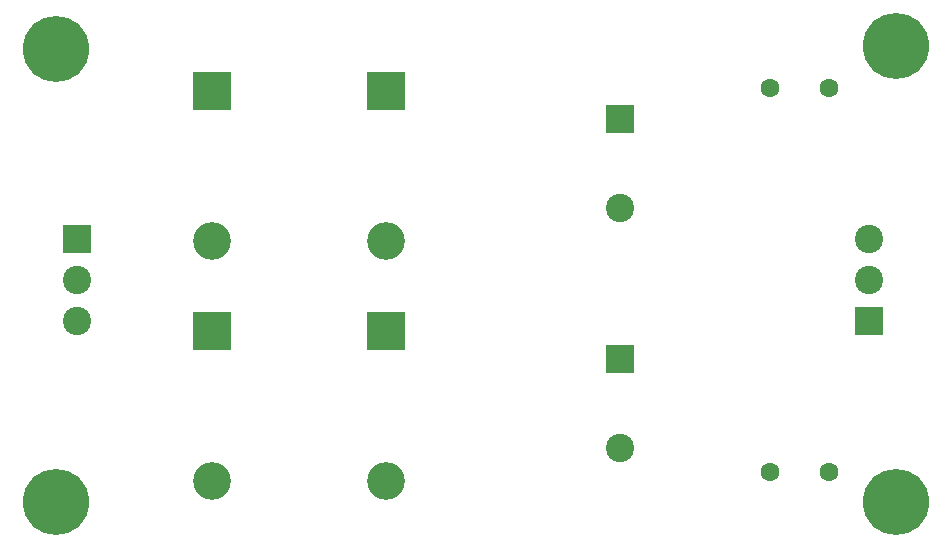
<source format=gbr>
%TF.GenerationSoftware,KiCad,Pcbnew,8.0.4*%
%TF.CreationDate,2024-09-02T08:35:19-04:00*%
%TF.ProjectId,power_supply,706f7765-725f-4737-9570-706c792e6b69,rev?*%
%TF.SameCoordinates,Original*%
%TF.FileFunction,Soldermask,Top*%
%TF.FilePolarity,Negative*%
%FSLAX46Y46*%
G04 Gerber Fmt 4.6, Leading zero omitted, Abs format (unit mm)*
G04 Created by KiCad (PCBNEW 8.0.4) date 2024-09-02 08:35:19*
%MOMM*%
%LPD*%
G01*
G04 APERTURE LIST*
%ADD10C,1.600000*%
%ADD11C,5.600000*%
%ADD12R,2.400000X2.400000*%
%ADD13C,2.400000*%
%ADD14R,3.200000X3.200000*%
%ADD15O,3.200000X3.200000*%
G04 APERTURE END LIST*
D10*
%TO.C,C4*%
X126452000Y-102108000D03*
X121452000Y-102108000D03*
%TD*%
D11*
%TO.C,REF\u002A\u002A*%
X132080000Y-104648000D03*
%TD*%
D12*
%TO.C,C2*%
X108712000Y-92576000D03*
D13*
X108712000Y-100076000D03*
%TD*%
D14*
%TO.C,D4*%
X88900000Y-90170000D03*
D15*
X88900000Y-102870000D03*
%TD*%
D11*
%TO.C,REF\u002A\u002A*%
X60960000Y-66315000D03*
%TD*%
D14*
%TO.C,D3*%
X74168000Y-69850000D03*
D15*
X74168000Y-82550000D03*
%TD*%
D11*
%TO.C,REF\u002A\u002A*%
X60960000Y-104648000D03*
%TD*%
D12*
%TO.C,J2*%
X129856000Y-89352000D03*
D13*
X129856000Y-85852000D03*
X129856000Y-82352000D03*
%TD*%
D12*
%TO.C,J1*%
X62800000Y-82352000D03*
D13*
X62800000Y-85852000D03*
X62800000Y-89352000D03*
%TD*%
D12*
%TO.C,C1*%
X108712000Y-72256000D03*
D13*
X108712000Y-79756000D03*
%TD*%
D11*
%TO.C,REF\u002A\u002A*%
X132080000Y-66040000D03*
%TD*%
D10*
%TO.C,C3*%
X121452000Y-69596000D03*
X126452000Y-69596000D03*
%TD*%
D14*
%TO.C,D1*%
X88900000Y-69850000D03*
D15*
X88900000Y-82550000D03*
%TD*%
D14*
%TO.C,D2*%
X74168000Y-90170000D03*
D15*
X74168000Y-102870000D03*
%TD*%
M02*

</source>
